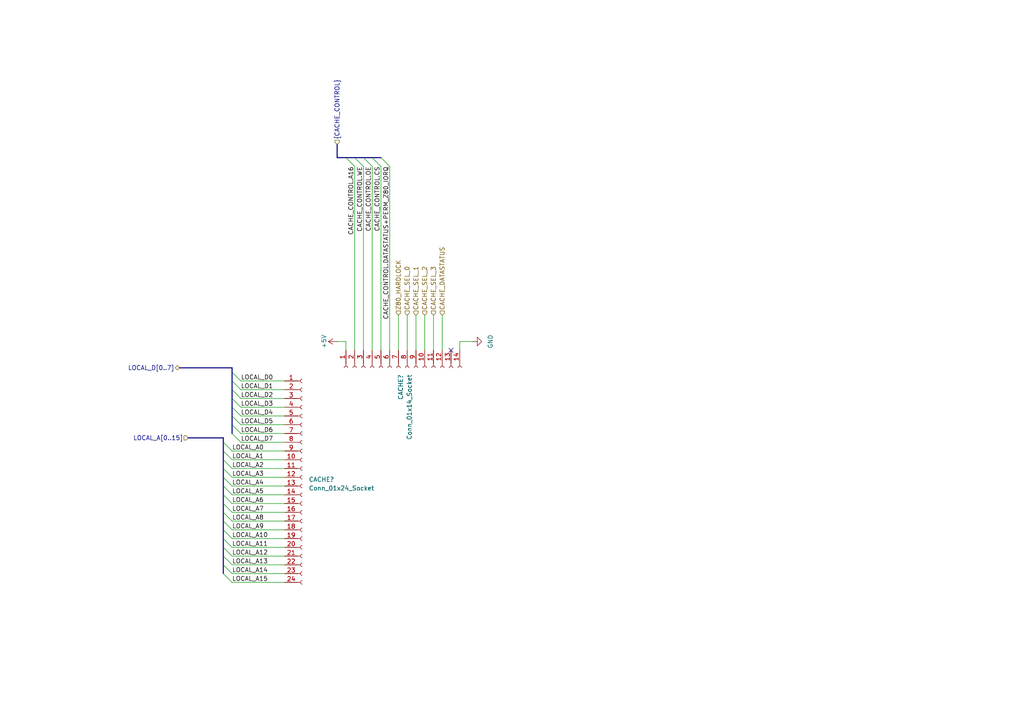
<source format=kicad_sch>
(kicad_sch (version 20230121) (generator eeschema)
  (paper "A4")
  (lib_symbols
    (symbol "Connector:Conn_01x14_Socket" (pin_names (offset 1.016) hide)
      (property "Reference" "J" (at 0 17.78 0))
      (property "Value" "Conn_01x14_Socket" (at 0 -20.32 0))
      (symbol "Conn_01x14_Socket_1_1"
        (arc (start 0 -17.272) (mid -0.5058 -17.78) (end 0 -18.288) (stroke (width 0.1524)))
        (arc (start 0 -14.732) (mid -0.5058 -15.24) (end 0 -15.748) (stroke (width 0.1524)))
        (arc (start 0 -12.192) (mid -0.5058 -12.7) (end 0 -13.208) (stroke (width 0.1524)))
        (arc (start 0 -9.652) (mid -0.5058 -10.16) (end 0 -10.668) (stroke (width 0.1524)))
        (arc (start 0 -7.112) (mid -0.5058 -7.62) (end 0 -8.128) (stroke (width 0.1524)))
        (arc (start 0 -4.572) (mid -0.5058 -5.08) (end 0 -5.588) (stroke (width 0.1524)))
        (arc (start 0 -2.032) (mid -0.5058 -2.54) (end 0 -3.048) (stroke (width 0.1524)))
        (polyline (pts (xy -1.27 -17.78) (xy -0.508 -17.78)) (stroke (width 0.1524)))
        (polyline (pts (xy -1.27 -15.24) (xy -0.508 -15.24)) (stroke (width 0.1524)))
        (polyline (pts (xy -1.27 -12.7) (xy -0.508 -12.7)) (stroke (width 0.1524)))
        (polyline (pts (xy -1.27 -10.16) (xy -0.508 -10.16)) (stroke (width 0.1524)))
        (polyline (pts (xy -1.27 -7.62) (xy -0.508 -7.62)) (stroke (width 0.1524)))
        (polyline (pts (xy -1.27 -5.08) (xy -0.508 -5.08)) (stroke (width 0.1524)))
        (polyline (pts (xy -1.27 -2.54) (xy -0.508 -2.54)) (stroke (width 0.1524)))
        (polyline (pts (xy -1.27 0) (xy -0.508 0)) (stroke (width 0.1524)))
        (polyline (pts (xy -1.27 2.54) (xy -0.508 2.54)) (stroke (width 0.1524)))
        (polyline (pts (xy -1.27 5.08) (xy -0.508 5.08)) (stroke (width 0.1524)))
        (polyline (pts (xy -1.27 7.62) (xy -0.508 7.62)) (stroke (width 0.1524)))
        (polyline (pts (xy -1.27 10.16) (xy -0.508 10.16)) (stroke (width 0.1524)))
        (polyline (pts (xy -1.27 12.7) (xy -0.508 12.7)) (stroke (width 0.1524)))
        (polyline (pts (xy -1.27 15.24) (xy -0.508 15.24)) (stroke (width 0.1524)))
        (arc (start 0 0.508) (mid -0.5058 0) (end 0 -0.508) (stroke (width 0.1524)))
        (arc (start 0 3.048) (mid -0.5058 2.54) (end 0 2.032) (stroke (width 0.1524)))
        (arc (start 0 5.588) (mid -0.5058 5.08) (end 0 4.572) (stroke (width 0.1524)))
        (arc (start 0 8.128) (mid -0.5058 7.62) (end 0 7.112) (stroke (width 0.1524)))
        (arc (start 0 10.668) (mid -0.5058 10.16) (end 0 9.652) (stroke (width 0.1524)))
        (arc (start 0 13.208) (mid -0.5058 12.7) (end 0 12.192) (stroke (width 0.1524)))
        (arc (start 0 15.748) (mid -0.5058 15.24) (end 0 14.732) (stroke (width 0.1524)))
        (pin passive line (at -5.08 15.24 0) (length 3.81) (name "Pin_1") (number "1"))
        (pin passive line (at -5.08 -7.62 0) (length 3.81) (name "Pin_10") (number "10"))
        (pin passive line (at -5.08 -10.16 0) (length 3.81) (name "Pin_11") (number "11"))
        (pin passive line (at -5.08 -12.7 0) (length 3.81) (name "Pin_12") (number "12"))
        (pin passive line (at -5.08 -15.24 0) (length 3.81) (name "Pin_13") (number "13"))
        (pin passive line (at -5.08 -17.78 0) (length 3.81) (name "Pin_14") (number "14"))
        (pin passive line (at -5.08 12.7 0) (length 3.81) (name "Pin_2") (number "2"))
        (pin passive line (at -5.08 10.16 0) (length 3.81) (name "Pin_3") (number "3"))
        (pin passive line (at -5.08 7.62 0) (length 3.81) (name "Pin_4") (number "4"))
        (pin passive line (at -5.08 5.08 0) (length 3.81) (name "Pin_5") (number "5"))
        (pin passive line (at -5.08 2.54 0) (length 3.81) (name "Pin_6") (number "6"))
        (pin passive line (at -5.08 0 0) (length 3.81) (name "Pin_7") (number "7"))
        (pin passive line (at -5.08 -2.54 0) (length 3.81) (name "Pin_8") (number "8"))
        (pin passive line (at -5.08 -5.08 0) (length 3.81) (name "Pin_9") (number "9"))
      )
    )
    (symbol "Connector:Conn_01x24_Socket" (pin_names (offset 1.016) hide)
      (property "Reference" "J" (at 0 30.48 0))
      (property "Value" "Conn_01x24_Socket" (at 0 -33.02 0))
      (symbol "Conn_01x24_Socket_1_1"
        (arc (start 0 -29.972) (mid -0.5058 -30.48) (end 0 -30.988) (stroke (width 0.1524)))
        (arc (start 0 -27.432) (mid -0.5058 -27.94) (end 0 -28.448) (stroke (width 0.1524)))
        (arc (start 0 -24.892) (mid -0.5058 -25.4) (end 0 -25.908) (stroke (width 0.1524)))
        (arc (start 0 -22.352) (mid -0.5058 -22.86) (end 0 -23.368) (stroke (width 0.1524)))
        (arc (start 0 -19.812) (mid -0.5058 -20.32) (end 0 -20.828) (stroke (width 0.1524)))
        (arc (start 0 -17.272) (mid -0.5058 -17.78) (end 0 -18.288) (stroke (width 0.1524)))
        (arc (start 0 -14.732) (mid -0.5058 -15.24) (end 0 -15.748) (stroke (width 0.1524)))
        (arc (start 0 -12.192) (mid -0.5058 -12.7) (end 0 -13.208) (stroke (width 0.1524)))
        (arc (start 0 -9.652) (mid -0.5058 -10.16) (end 0 -10.668) (stroke (width 0.1524)))
        (arc (start 0 -7.112) (mid -0.5058 -7.62) (end 0 -8.128) (stroke (width 0.1524)))
        (arc (start 0 -4.572) (mid -0.5058 -5.08) (end 0 -5.588) (stroke (width 0.1524)))
        (arc (start 0 -2.032) (mid -0.5058 -2.54) (end 0 -3.048) (stroke (width 0.1524)))
        (polyline (pts (xy -1.27 -30.48) (xy -0.508 -30.48)) (stroke (width 0.1524)))
        (polyline (pts (xy -1.27 -27.94) (xy -0.508 -27.94)) (stroke (width 0.1524)))
        (polyline (pts (xy -1.27 -25.4) (xy -0.508 -25.4)) (stroke (width 0.1524)))
        (polyline (pts (xy -1.27 -22.86) (xy -0.508 -22.86)) (stroke (width 0.1524)))
        (polyline (pts (xy -1.27 -20.32) (xy -0.508 -20.32)) (stroke (width 0.1524)))
        (polyline (pts (xy -1.27 -17.78) (xy -0.508 -17.78)) (stroke (width 0.1524)))
        (polyline (pts (xy -1.27 -15.24) (xy -0.508 -15.24)) (stroke (width 0.1524)))
        (polyline (pts (xy -1.27 -12.7) (xy -0.508 -12.7)) (stroke (width 0.1524)))
        (polyline (pts (xy -1.27 -10.16) (xy -0.508 -10.16)) (stroke (width 0.1524)))
        (polyline (pts (xy -1.27 -7.62) (xy -0.508 -7.62)) (stroke (width 0.1524)))
        (polyline (pts (xy -1.27 -5.08) (xy -0.508 -5.08)) (stroke (width 0.1524)))
        (polyline (pts (xy -1.27 -2.54) (xy -0.508 -2.54)) (stroke (width 0.1524)))
        (polyline (pts (xy -1.27 0) (xy -0.508 0)) (stroke (width 0.1524)))
        (polyline (pts (xy -1.27 2.54) (xy -0.508 2.54)) (stroke (width 0.1524)))
        (polyline (pts (xy -1.27 5.08) (xy -0.508 5.08)) (stroke (width 0.1524)))
        (polyline (pts (xy -1.27 7.62) (xy -0.508 7.62)) (stroke (width 0.1524)))
        (polyline (pts (xy -1.27 10.16) (xy -0.508 10.16)) (stroke (width 0.1524)))
        (polyline (pts (xy -1.27 12.7) (xy -0.508 12.7)) (stroke (width 0.1524)))
        (polyline (pts (xy -1.27 15.24) (xy -0.508 15.24)) (stroke (width 0.1524)))
        (polyline (pts (xy -1.27 17.78) (xy -0.508 17.78)) (stroke (width 0.1524)))
        (polyline (pts (xy -1.27 20.32) (xy -0.508 20.32)) (stroke (width 0.1524)))
        (polyline (pts (xy -1.27 22.86) (xy -0.508 22.86)) (stroke (width 0.1524)))
        (polyline (pts (xy -1.27 25.4) (xy -0.508 25.4)) (stroke (width 0.1524)))
        (polyline (pts (xy -1.27 27.94) (xy -0.508 27.94)) (stroke (width 0.1524)))
        (arc (start 0 0.508) (mid -0.5058 0) (end 0 -0.508) (stroke (width 0.1524)))
        (arc (start 0 3.048) (mid -0.5058 2.54) (end 0 2.032) (stroke (width 0.1524)))
        (arc (start 0 5.588) (mid -0.5058 5.08) (end 0 4.572) (stroke (width 0.1524)))
        (arc (start 0 8.128) (mid -0.5058 7.62) (end 0 7.112) (stroke (width 0.1524)))
        (arc (start 0 10.668) (mid -0.5058 10.16) (end 0 9.652) (stroke (width 0.1524)))
        (arc (start 0 13.208) (mid -0.5058 12.7) (end 0 12.192) (stroke (width 0.1524)))
        (arc (start 0 15.748) (mid -0.5058 15.24) (end 0 14.732) (stroke (width 0.1524)))
        (arc (start 0 18.288) (mid -0.5058 17.78) (end 0 17.272) (stroke (width 0.1524)))
        (arc (start 0 20.828) (mid -0.5058 20.32) (end 0 19.812) (stroke (width 0.1524)))
        (arc (start 0 23.368) (mid -0.5058 22.86) (end 0 22.352) (stroke (width 0.1524)))
        (arc (start 0 25.908) (mid -0.5058 25.4) (end 0 24.892) (stroke (width 0.1524)))
        (arc (start 0 28.448) (mid -0.5058 27.94) (end 0 27.432) (stroke (width 0.1524)))
        (pin passive line (at -5.08 27.94 0) (length 3.81) (name "Pin_1") (number "1"))
        (pin passive line (at -5.08 5.08 0) (length 3.81) (name "Pin_10") (number "10"))
        (pin passive line (at -5.08 2.54 0) (length 3.81) (name "Pin_11") (number "11"))
        (pin passive line (at -5.08 0 0) (length 3.81) (name "Pin_12") (number "12"))
        (pin passive line (at -5.08 -2.54 0) (length 3.81) (name "Pin_13") (number "13"))
        (pin passive line (at -5.08 -5.08 0) (length 3.81) (name "Pin_14") (number "14"))
        (pin passive line (at -5.08 -7.62 0) (length 3.81) (name "Pin_15") (number "15"))
        (pin passive line (at -5.08 -10.16 0) (length 3.81) (name "Pin_16") (number "16"))
        (pin passive line (at -5.08 -12.7 0) (length 3.81) (name "Pin_17") (number "17"))
        (pin passive line (at -5.08 -15.24 0) (length 3.81) (name "Pin_18") (number "18"))
        (pin passive line (at -5.08 -17.78 0) (length 3.81) (name "Pin_19") (number "19"))
        (pin passive line (at -5.08 25.4 0) (length 3.81) (name "Pin_2") (number "2"))
        (pin passive line (at -5.08 -20.32 0) (length 3.81) (name "Pin_20") (number "20"))
        (pin passive line (at -5.08 -22.86 0) (length 3.81) (name "Pin_21") (number "21"))
        (pin passive line (at -5.08 -25.4 0) (length 3.81) (name "Pin_22") (number "22"))
        (pin passive line (at -5.08 -27.94 0) (length 3.81) (name "Pin_23") (number "23"))
        (pin passive line (at -5.08 -30.48 0) (length 3.81) (name "Pin_24") (number "24"))
        (pin passive line (at -5.08 22.86 0) (length 3.81) (name "Pin_3") (number "3"))
        (pin passive line (at -5.08 20.32 0) (length 3.81) (name "Pin_4") (number "4"))
        (pin passive line (at -5.08 17.78 0) (length 3.81) (name "Pin_5") (number "5"))
        (pin passive line (at -5.08 15.24 0) (length 3.81) (name "Pin_6") (number "6"))
        (pin passive line (at -5.08 12.7 0) (length 3.81) (name "Pin_7") (number "7"))
        (pin passive line (at -5.08 10.16 0) (length 3.81) (name "Pin_8") (number "8"))
        (pin passive line (at -5.08 7.62 0) (length 3.81) (name "Pin_9") (number "9"))
      )
    )
    (symbol "power:+5V" (power) (pin_names (offset 0))
      (property "Value" "+5V" (at 0 3.556 0))
      (symbol "+5V_0_1"
        (polyline (pts (xy -0.762 1.27) (xy 0 2.54)))
        (polyline (pts (xy 0 0) (xy 0 2.54)))
        (polyline (pts (xy 0 2.54) (xy 0.762 1.27)))
      )
      (symbol "+5V_1_1"
        (pin power_in line (at 0 0 90) (length 0) hide (name "+5V") (number "1"))
      )
    )
    (symbol "power:GND" (power) (pin_names (offset 0))
      (property "Value" "GND" (at 0 -3.81 0))
      (symbol "GND_0_1"
        (polyline (pts (xy 0 0) (xy 0 -1.27) (xy 1.27 -1.27) (xy 0 -2.54) (xy -1.27 -1.27) (xy 0 -1.27)))
      )
      (symbol "GND_1_1"
        (pin power_in line (at 0 0 270) (length 0) hide (name "GND") (number "1"))
      )
    )
  )
  (no_connect (at 130.81 101.6))
  (bus_entry (at 102.87 45.72) (size 2.54 2.54))
  (bus_entry (at 67.31 125.73) (size 2.54 2.54))
  (bus_entry (at 107.95 45.72) (size 2.54 2.54))
  (bus_entry (at 67.31 120.65) (size 2.54 2.54))
  (bus_entry (at 67.31 113.03) (size 2.54 2.54))
  (bus_entry (at 64.77 156.21) (size 2.54 2.54))
  (bus_entry (at 67.31 118.11) (size 2.54 2.54))
  (bus_entry (at 105.41 45.72) (size 2.54 2.54))
  (bus_entry (at 64.77 153.67) (size 2.54 2.54))
  (bus_entry (at 64.77 158.75) (size 2.54 2.54))
  (bus_entry (at 64.77 133.35) (size 2.54 2.54))
  (bus_entry (at 100.33 45.72) (size 2.54 2.54))
  (bus_entry (at 64.77 166.37) (size 2.54 2.54))
  (bus_entry (at 64.77 138.43) (size 2.54 2.54))
  (bus_entry (at 64.77 146.05) (size 2.54 2.54))
  (bus_entry (at 64.77 140.97) (size 2.54 2.54))
  (bus_entry (at 64.77 151.13) (size 2.54 2.54))
  (bus_entry (at 67.31 123.19) (size 2.54 2.54))
  (bus_entry (at 64.77 143.51) (size 2.54 2.54))
  (bus_entry (at 64.77 130.81) (size 2.54 2.54))
  (bus_entry (at 67.31 110.49) (size 2.54 2.54))
  (bus_entry (at 64.77 135.89) (size 2.54 2.54))
  (bus_entry (at 67.31 115.57) (size 2.54 2.54))
  (bus_entry (at 64.77 163.83) (size 2.54 2.54))
  (bus_entry (at 64.77 148.59) (size 2.54 2.54))
  (bus_entry (at 64.77 161.29) (size 2.54 2.54))
  (bus_entry (at 64.77 128.27) (size 2.54 2.54))
  (bus_entry (at 67.31 107.95) (size 2.54 2.54))
  (bus_entry (at 110.49 45.72) (size 2.54 2.54))
  (bus (pts (xy 107.95 45.72) (xy 110.49 45.72)))
  (bus (pts (xy 67.31 123.19) (xy 67.31 120.65)))
  (bus (pts (xy 64.77 143.51) (xy 64.77 146.05)))
  (wire (pts (xy 67.31 166.37) (xy 82.55 166.37)))
  (bus (pts (xy 54.61 127) (xy 64.77 127)))
  (bus (pts (xy 64.77 138.43) (xy 64.77 140.97)))
  (wire (pts (xy 82.55 125.73) (xy 69.85 125.73)))
  (bus (pts (xy 64.77 151.13) (xy 64.77 153.67)))
  (bus (pts (xy 97.79 41.91) (xy 97.79 45.72)))
  (wire (pts (xy 115.57 91.44) (xy 115.57 101.6)))
  (bus (pts (xy 67.31 113.03) (xy 67.31 110.49)))
  (wire (pts (xy 82.55 128.27) (xy 69.85 128.27)))
  (wire (pts (xy 118.11 91.44) (xy 118.11 101.6)))
  (wire (pts (xy 67.31 168.91) (xy 82.55 168.91)))
  (wire (pts (xy 67.31 161.29) (xy 82.55 161.29)))
  (bus (pts (xy 64.77 140.97) (xy 64.77 143.51)))
  (wire (pts (xy 67.31 158.75) (xy 82.55 158.75)))
  (bus (pts (xy 64.77 153.67) (xy 64.77 156.21)))
  (wire (pts (xy 67.31 163.83) (xy 82.55 163.83)))
  (wire (pts (xy 67.31 138.43) (xy 82.55 138.43)))
  (wire (pts (xy 125.73 91.44) (xy 125.73 101.6)))
  (bus (pts (xy 67.31 107.95) (xy 67.31 106.68)))
  (bus (pts (xy 67.31 115.57) (xy 67.31 113.03)))
  (wire (pts (xy 67.31 151.13) (xy 82.55 151.13)))
  (bus (pts (xy 105.41 45.72) (xy 107.95 45.72)))
  (wire (pts (xy 110.49 48.26) (xy 110.49 101.6)))
  (bus (pts (xy 64.77 133.35) (xy 64.77 135.89)))
  (bus (pts (xy 52.07 106.68) (xy 67.31 106.68)))
  (bus (pts (xy 100.33 45.72) (xy 102.87 45.72)))
  (wire (pts (xy 105.41 48.26) (xy 105.41 101.6)))
  (wire (pts (xy 67.31 140.97) (xy 82.55 140.97)))
  (wire (pts (xy 123.19 91.44) (xy 123.19 101.6)))
  (wire (pts (xy 67.31 148.59) (xy 82.55 148.59)))
  (bus (pts (xy 64.77 127) (xy 64.77 128.27)))
  (wire (pts (xy 67.31 146.05) (xy 82.55 146.05)))
  (wire (pts (xy 107.95 48.26) (xy 107.95 101.6)))
  (wire (pts (xy 67.31 153.67) (xy 82.55 153.67)))
  (bus (pts (xy 64.77 163.83) (xy 64.77 166.37)))
  (bus (pts (xy 102.87 45.72) (xy 105.41 45.72)))
  (bus (pts (xy 64.77 135.89) (xy 64.77 138.43)))
  (wire (pts (xy 100.33 99.06) (xy 100.33 101.6)))
  (wire (pts (xy 113.03 48.26) (xy 113.03 101.6)))
  (wire (pts (xy 133.35 99.06) (xy 133.35 101.6)))
  (wire (pts (xy 67.31 135.89) (xy 82.55 135.89)))
  (wire (pts (xy 82.55 118.11) (xy 69.85 118.11)))
  (wire (pts (xy 67.31 130.81) (xy 82.55 130.81)))
  (bus (pts (xy 64.77 148.59) (xy 64.77 151.13)))
  (wire (pts (xy 67.31 143.51) (xy 82.55 143.51)))
  (wire (pts (xy 128.27 91.44) (xy 128.27 101.6)))
  (wire (pts (xy 67.31 133.35) (xy 82.55 133.35)))
  (wire (pts (xy 67.31 156.21) (xy 82.55 156.21)))
  (bus (pts (xy 64.77 146.05) (xy 64.77 148.59)))
  (bus (pts (xy 67.31 118.11) (xy 67.31 115.57)))
  (wire (pts (xy 82.55 120.65) (xy 69.85 120.65)))
  (bus (pts (xy 67.31 125.73) (xy 67.31 123.19)))
  (wire (pts (xy 97.79 99.06) (xy 100.33 99.06)))
  (wire (pts (xy 133.35 99.06) (xy 137.16 99.06)))
  (wire (pts (xy 102.87 48.26) (xy 102.87 101.6)))
  (wire (pts (xy 69.85 115.57) (xy 82.55 115.57)))
  (wire (pts (xy 69.85 110.49) (xy 82.55 110.49)))
  (wire (pts (xy 120.65 91.44) (xy 120.65 101.6)))
  (bus (pts (xy 67.31 120.65) (xy 67.31 118.11)))
  (bus (pts (xy 64.77 130.81) (xy 64.77 133.35)))
  (wire (pts (xy 82.55 123.19) (xy 69.85 123.19)))
  (bus (pts (xy 64.77 128.27) (xy 64.77 130.81)))
  (bus (pts (xy 97.79 45.72) (xy 100.33 45.72)))
  (bus (pts (xy 64.77 156.21) (xy 64.77 158.75)))
  (bus (pts (xy 64.77 161.29) (xy 64.77 163.83)))
  (bus (pts (xy 64.77 158.75) (xy 64.77 161.29)))
  (bus (pts (xy 67.31 110.49) (xy 67.31 107.95)))
  (wire (pts (xy 69.85 113.03) (xy 82.55 113.03)))
  (label "LOCAL_A5" (at 67.31 143.51 0))
  (label "LOCAL_D5" (at 69.85 123.19 0))
  (label "LOCAL_A10" (at 67.31 156.21 0))
  (label "CACHE_CONTROL.DATASTATUS+PERM_Z80_IORQ" (at 113.03 48.26 270))
  (label "LOCAL_D2" (at 69.85 115.57 0))
  (label "LOCAL_D0" (at 69.85 110.49 0))
  (label "LOCAL_A7" (at 67.31 148.59 0))
  (label "LOCAL_D1" (at 69.85 113.03 0))
  (label "LOCAL_A2" (at 67.31 135.89 0))
  (label "CACHE_CONTROL.A16" (at 102.87 48.26 270))
  (label "LOCAL_A15" (at 67.31 168.91 0))
  (label "LOCAL_D6" (at 69.85 125.73 0))
  (label "LOCAL_A3" (at 67.31 138.43 0))
  (label "LOCAL_A1" (at 67.31 133.35 0))
  (label "CACHE_CONTROL.WE" (at 105.41 48.26 270))
  (label "LOCAL_D3" (at 69.85 118.11 0))
  (label "LOCAL_A9" (at 67.31 153.67 0))
  (label "LOCAL_A14" (at 67.31 166.37 0))
  (label "LOCAL_A11" (at 67.31 158.75 0))
  (label "LOCAL_A12" (at 67.31 161.29 0))
  (label "LOCAL_A13" (at 67.31 163.83 0))
  (label "LOCAL_A0" (at 67.31 130.81 0))
  (label "CACHE_CONTROL.CS" (at 110.49 48.26 270))
  (label "LOCAL_A6" (at 67.31 146.05 0))
  (label "LOCAL_D4" (at 69.85 120.65 0))
  (label "CACHE_CONTROL.OE" (at 107.95 48.26 270))
  (label "LOCAL_A8" (at 67.31 151.13 0))
  (label "LOCAL_A4" (at 67.31 140.97 0))
  (label "LOCAL_D7" (at 69.85 128.27 0))
  (hierarchical_label "LOCAL_D[0..7]" (shape bidirectional) (at 52.07 106.68 180))
  (hierarchical_label "CACHE_DATASTATUS" (shape input) (at 128.27 91.44 90))
  (hierarchical_label "CACHE_SEL_2" (shape input) (at 123.19 91.44 90))
  (hierarchical_label "LOCAL_A[0..15]" (shape input) (at 54.61 127 180))
  (hierarchical_label "CACHE_SEL_1" (shape input) (at 120.65 91.44 90))
  (hierarchical_label "CACHE_SEL_0" (shape input) (at 118.11 91.44 90))
  (hierarchical_label "Z80_HARDLOCK" (shape input) (at 115.57 91.44 90))
  (hierarchical_label "CACHE_SEL_3" (shape input) (at 125.73 91.44 90))
  (hierarchical_label "{CACHE_CONTROL}" (shape input) (at 97.79 41.91 90))
  (symbol (lib_id "Connector:Conn_01x24_Socket") (at 87.63 138.43 0) (unit 1)
    (property "Reference" "CACHE?" (at 89.535 139.065 0) (effects (justify left)))
    (property "Value" "Conn_01x24_Socket" (at 89.535 141.605 0) (effects (justify left)))
    (property "Footprint" "Connector_PinSocket_2.54mm:PinSocket_1x24_P2.54mm_Vertical" (effects hide))
    (instances (project "IOCACHE-128K_ZXspectrum_impl_narrow" (path "" (reference "CACHE?") (unit 1))) (project "ZXspectrum_Concept_v2.kicad_pro" (path "" (reference "CACHE1") (unit 1))) (project "IOCACHE-128K_ZXspectrum" (path "" (reference "J?") (unit 1))))
  )
  (symbol (lib_id "Connector:Conn_01x14_Socket") (at 115.57 106.68 90) (mirror x) (unit 1)
    (property "Reference" "CACHE?" (at 116.205 108.585 0) (effects (justify left)))
    (property "Value" "Conn_01x14_Socket" (at 118.745 108.585 0) (effects (justify left)))
    (property "Footprint" "Connector_PinSocket_2.54mm:PinSocket_1x14_P2.54mm_Vertical" (effects hide))
    (instances (project "IOCACHE-128K_ZXspectrum_impl_narrow" (path "" (reference "CACHE?") (unit 1))) (project "ZXspectrum_Concept_v2.kicad_pro" (path "" (reference "CACHE2") (unit 1))) (project "IOCACHE-128K_ZXspectrum" (path "" (reference "J?") (unit 1))))
  )
  (symbol (lib_id "power:GND") (at 137.16 99.06 90) (mirror x) (unit 1)
    (property "Reference" "#PWR017" (effects hide))
    (property "Value" "GND" (at 142.24 99.06 0))
    (instances (project "ZXspectrum_Concept_v2.kicad_pro" (path "" (reference "#PWR017") (unit 1))) (project "IOCACHE-128K_ZXspectrum" (path "" (reference "#PWR?") (unit 1))))
  )
  (symbol (lib_id "power:+5V") (at 97.79 99.06 90) (mirror x) (unit 1)
    (property "Reference" "#PWR016" (effects hide))
    (property "Value" "+5V" (at 93.98 99.06 0))
    (instances (project "ZXspectrum_Concept_v2.kicad_pro" (path "" (reference "#PWR016") (unit 1))) (project "IOCACHE-128K_ZXspectrum" (path "" (reference "#PWR?") (unit 1))))
  )
)
</source>
